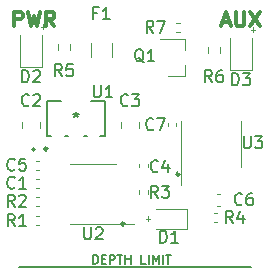
<source format=gbr>
G04 #@! TF.GenerationSoftware,KiCad,Pcbnew,(6.0.0)*
G04 #@! TF.CreationDate,2022-04-05T21:53:00-07:00*
G04 #@! TF.ProjectId,MoistureSensor,4d6f6973-7475-4726-9553-656e736f722e,rev?*
G04 #@! TF.SameCoordinates,Original*
G04 #@! TF.FileFunction,Legend,Top*
G04 #@! TF.FilePolarity,Positive*
%FSLAX46Y46*%
G04 Gerber Fmt 4.6, Leading zero omitted, Abs format (unit mm)*
G04 Created by KiCad (PCBNEW (6.0.0)) date 2022-04-05 21:53:00*
%MOMM*%
%LPD*%
G01*
G04 APERTURE LIST*
%ADD10C,0.279400*%
%ADD11C,0.120000*%
%ADD12C,0.200000*%
%ADD13C,0.312500*%
%ADD14C,0.150000*%
%ADD15C,0.152400*%
G04 APERTURE END LIST*
D10*
X133223000Y-69342000D02*
G75*
G03*
X133223000Y-69342000I-127000J0D01*
G01*
D11*
X150431500Y-59245500D02*
X150812500Y-59245500D01*
X150622000Y-59055000D02*
X150622000Y-59436000D01*
D10*
X139763500Y-75692000D02*
G75*
G03*
X139763500Y-75692000I-127000J0D01*
G01*
D11*
X132651500Y-58991500D02*
X133032500Y-58991500D01*
D12*
X130810000Y-79375000D02*
X150495000Y-79375000D01*
D11*
X141732000Y-75057000D02*
X141732000Y-75438000D01*
X141541500Y-75247500D02*
X141922500Y-75247500D01*
X132842000Y-58801000D02*
X132842000Y-59182000D01*
D10*
X144399000Y-71501000D02*
G75*
G03*
X144399000Y-71501000I-127000J0D01*
G01*
D13*
X148058380Y-58628333D02*
X148653619Y-58628333D01*
X147939333Y-58985476D02*
X148356000Y-57735476D01*
X148772666Y-58985476D01*
X149189333Y-57735476D02*
X149189333Y-58747380D01*
X149248857Y-58866428D01*
X149308380Y-58925952D01*
X149427428Y-58985476D01*
X149665523Y-58985476D01*
X149784571Y-58925952D01*
X149844095Y-58866428D01*
X149903619Y-58747380D01*
X149903619Y-57735476D01*
X150379809Y-57735476D02*
X151213142Y-58985476D01*
X151213142Y-57735476D02*
X150379809Y-58985476D01*
X130413333Y-58985476D02*
X130413333Y-57735476D01*
X130889523Y-57735476D01*
X131008571Y-57795000D01*
X131068095Y-57854523D01*
X131127619Y-57973571D01*
X131127619Y-58152142D01*
X131068095Y-58271190D01*
X131008571Y-58330714D01*
X130889523Y-58390238D01*
X130413333Y-58390238D01*
X131544285Y-57735476D02*
X131841904Y-58985476D01*
X132080000Y-58092619D01*
X132318095Y-58985476D01*
X132615714Y-57735476D01*
X133806190Y-58985476D02*
X133389523Y-58390238D01*
X133091904Y-58985476D02*
X133091904Y-57735476D01*
X133568095Y-57735476D01*
X133687142Y-57795000D01*
X133746666Y-57854523D01*
X133806190Y-57973571D01*
X133806190Y-58152142D01*
X133746666Y-58271190D01*
X133687142Y-58330714D01*
X133568095Y-58390238D01*
X133091904Y-58390238D01*
D14*
X137085000Y-79079285D02*
X137085000Y-78329285D01*
X137263571Y-78329285D01*
X137370714Y-78365000D01*
X137442142Y-78436428D01*
X137477857Y-78507857D01*
X137513571Y-78650714D01*
X137513571Y-78757857D01*
X137477857Y-78900714D01*
X137442142Y-78972142D01*
X137370714Y-79043571D01*
X137263571Y-79079285D01*
X137085000Y-79079285D01*
X137835000Y-78686428D02*
X138085000Y-78686428D01*
X138192142Y-79079285D02*
X137835000Y-79079285D01*
X137835000Y-78329285D01*
X138192142Y-78329285D01*
X138513571Y-79079285D02*
X138513571Y-78329285D01*
X138799285Y-78329285D01*
X138870714Y-78365000D01*
X138906428Y-78400714D01*
X138942142Y-78472142D01*
X138942142Y-78579285D01*
X138906428Y-78650714D01*
X138870714Y-78686428D01*
X138799285Y-78722142D01*
X138513571Y-78722142D01*
X139156428Y-78329285D02*
X139585000Y-78329285D01*
X139370714Y-79079285D02*
X139370714Y-78329285D01*
X139835000Y-79079285D02*
X139835000Y-78329285D01*
X139835000Y-78686428D02*
X140263571Y-78686428D01*
X140263571Y-79079285D02*
X140263571Y-78329285D01*
X141549285Y-79079285D02*
X141192142Y-79079285D01*
X141192142Y-78329285D01*
X141799285Y-79079285D02*
X141799285Y-78329285D01*
X142156428Y-79079285D02*
X142156428Y-78329285D01*
X142406428Y-78865000D01*
X142656428Y-78329285D01*
X142656428Y-79079285D01*
X143013571Y-79079285D02*
X143013571Y-78329285D01*
X143263571Y-78329285D02*
X143692142Y-78329285D01*
X143477857Y-79079285D02*
X143477857Y-78329285D01*
X130452833Y-72620142D02*
X130405214Y-72667761D01*
X130262357Y-72715380D01*
X130167119Y-72715380D01*
X130024261Y-72667761D01*
X129929023Y-72572523D01*
X129881404Y-72477285D01*
X129833785Y-72286809D01*
X129833785Y-72143952D01*
X129881404Y-71953476D01*
X129929023Y-71858238D01*
X130024261Y-71763000D01*
X130167119Y-71715380D01*
X130262357Y-71715380D01*
X130405214Y-71763000D01*
X130452833Y-71810619D01*
X131405214Y-72715380D02*
X130833785Y-72715380D01*
X131119500Y-72715380D02*
X131119500Y-71715380D01*
X131024261Y-71858238D01*
X130929023Y-71953476D01*
X130833785Y-72001095D01*
X131659333Y-65635142D02*
X131611714Y-65682761D01*
X131468857Y-65730380D01*
X131373619Y-65730380D01*
X131230761Y-65682761D01*
X131135523Y-65587523D01*
X131087904Y-65492285D01*
X131040285Y-65301809D01*
X131040285Y-65158952D01*
X131087904Y-64968476D01*
X131135523Y-64873238D01*
X131230761Y-64778000D01*
X131373619Y-64730380D01*
X131468857Y-64730380D01*
X131611714Y-64778000D01*
X131659333Y-64825619D01*
X132040285Y-64825619D02*
X132087904Y-64778000D01*
X132183142Y-64730380D01*
X132421238Y-64730380D01*
X132516476Y-64778000D01*
X132564095Y-64825619D01*
X132611714Y-64920857D01*
X132611714Y-65016095D01*
X132564095Y-65158952D01*
X131992666Y-65730380D01*
X132611714Y-65730380D01*
X140041333Y-65635142D02*
X139993714Y-65682761D01*
X139850857Y-65730380D01*
X139755619Y-65730380D01*
X139612761Y-65682761D01*
X139517523Y-65587523D01*
X139469904Y-65492285D01*
X139422285Y-65301809D01*
X139422285Y-65158952D01*
X139469904Y-64968476D01*
X139517523Y-64873238D01*
X139612761Y-64778000D01*
X139755619Y-64730380D01*
X139850857Y-64730380D01*
X139993714Y-64778000D01*
X140041333Y-64825619D01*
X140374666Y-64730380D02*
X140993714Y-64730380D01*
X140660380Y-65111333D01*
X140803238Y-65111333D01*
X140898476Y-65158952D01*
X140946095Y-65206571D01*
X140993714Y-65301809D01*
X140993714Y-65539904D01*
X140946095Y-65635142D01*
X140898476Y-65682761D01*
X140803238Y-65730380D01*
X140517523Y-65730380D01*
X140422285Y-65682761D01*
X140374666Y-65635142D01*
X142581333Y-71223142D02*
X142533714Y-71270761D01*
X142390857Y-71318380D01*
X142295619Y-71318380D01*
X142152761Y-71270761D01*
X142057523Y-71175523D01*
X142009904Y-71080285D01*
X141962285Y-70889809D01*
X141962285Y-70746952D01*
X142009904Y-70556476D01*
X142057523Y-70461238D01*
X142152761Y-70366000D01*
X142295619Y-70318380D01*
X142390857Y-70318380D01*
X142533714Y-70366000D01*
X142581333Y-70413619D01*
X143438476Y-70651714D02*
X143438476Y-71318380D01*
X143200380Y-70270761D02*
X142962285Y-70985047D01*
X143581333Y-70985047D01*
X130452833Y-71096142D02*
X130405214Y-71143761D01*
X130262357Y-71191380D01*
X130167119Y-71191380D01*
X130024261Y-71143761D01*
X129929023Y-71048523D01*
X129881404Y-70953285D01*
X129833785Y-70762809D01*
X129833785Y-70619952D01*
X129881404Y-70429476D01*
X129929023Y-70334238D01*
X130024261Y-70239000D01*
X130167119Y-70191380D01*
X130262357Y-70191380D01*
X130405214Y-70239000D01*
X130452833Y-70286619D01*
X131357595Y-70191380D02*
X130881404Y-70191380D01*
X130833785Y-70667571D01*
X130881404Y-70619952D01*
X130976642Y-70572333D01*
X131214738Y-70572333D01*
X131309976Y-70619952D01*
X131357595Y-70667571D01*
X131405214Y-70762809D01*
X131405214Y-71000904D01*
X131357595Y-71096142D01*
X131309976Y-71143761D01*
X131214738Y-71191380D01*
X130976642Y-71191380D01*
X130881404Y-71143761D01*
X130833785Y-71096142D01*
X149693333Y-74017142D02*
X149645714Y-74064761D01*
X149502857Y-74112380D01*
X149407619Y-74112380D01*
X149264761Y-74064761D01*
X149169523Y-73969523D01*
X149121904Y-73874285D01*
X149074285Y-73683809D01*
X149074285Y-73540952D01*
X149121904Y-73350476D01*
X149169523Y-73255238D01*
X149264761Y-73160000D01*
X149407619Y-73112380D01*
X149502857Y-73112380D01*
X149645714Y-73160000D01*
X149693333Y-73207619D01*
X150550476Y-73112380D02*
X150360000Y-73112380D01*
X150264761Y-73160000D01*
X150217142Y-73207619D01*
X150121904Y-73350476D01*
X150074285Y-73540952D01*
X150074285Y-73921904D01*
X150121904Y-74017142D01*
X150169523Y-74064761D01*
X150264761Y-74112380D01*
X150455238Y-74112380D01*
X150550476Y-74064761D01*
X150598095Y-74017142D01*
X150645714Y-73921904D01*
X150645714Y-73683809D01*
X150598095Y-73588571D01*
X150550476Y-73540952D01*
X150455238Y-73493333D01*
X150264761Y-73493333D01*
X150169523Y-73540952D01*
X150121904Y-73588571D01*
X150074285Y-73683809D01*
X142200333Y-67667142D02*
X142152714Y-67714761D01*
X142009857Y-67762380D01*
X141914619Y-67762380D01*
X141771761Y-67714761D01*
X141676523Y-67619523D01*
X141628904Y-67524285D01*
X141581285Y-67333809D01*
X141581285Y-67190952D01*
X141628904Y-67000476D01*
X141676523Y-66905238D01*
X141771761Y-66810000D01*
X141914619Y-66762380D01*
X142009857Y-66762380D01*
X142152714Y-66810000D01*
X142200333Y-66857619D01*
X142533666Y-66762380D02*
X143200333Y-66762380D01*
X142771761Y-67762380D01*
X142771904Y-77287380D02*
X142771904Y-76287380D01*
X143010000Y-76287380D01*
X143152857Y-76335000D01*
X143248095Y-76430238D01*
X143295714Y-76525476D01*
X143343333Y-76715952D01*
X143343333Y-76858809D01*
X143295714Y-77049285D01*
X143248095Y-77144523D01*
X143152857Y-77239761D01*
X143010000Y-77287380D01*
X142771904Y-77287380D01*
X144295714Y-77287380D02*
X143724285Y-77287380D01*
X144010000Y-77287380D02*
X144010000Y-76287380D01*
X143914761Y-76430238D01*
X143819523Y-76525476D01*
X143724285Y-76573095D01*
X130452833Y-75890380D02*
X130119500Y-75414190D01*
X129881404Y-75890380D02*
X129881404Y-74890380D01*
X130262357Y-74890380D01*
X130357595Y-74938000D01*
X130405214Y-74985619D01*
X130452833Y-75080857D01*
X130452833Y-75223714D01*
X130405214Y-75318952D01*
X130357595Y-75366571D01*
X130262357Y-75414190D01*
X129881404Y-75414190D01*
X131405214Y-75890380D02*
X130833785Y-75890380D01*
X131119500Y-75890380D02*
X131119500Y-74890380D01*
X131024261Y-75033238D01*
X130929023Y-75128476D01*
X130833785Y-75176095D01*
X130452833Y-74239380D02*
X130119500Y-73763190D01*
X129881404Y-74239380D02*
X129881404Y-73239380D01*
X130262357Y-73239380D01*
X130357595Y-73287000D01*
X130405214Y-73334619D01*
X130452833Y-73429857D01*
X130452833Y-73572714D01*
X130405214Y-73667952D01*
X130357595Y-73715571D01*
X130262357Y-73763190D01*
X129881404Y-73763190D01*
X130833785Y-73334619D02*
X130881404Y-73287000D01*
X130976642Y-73239380D01*
X131214738Y-73239380D01*
X131309976Y-73287000D01*
X131357595Y-73334619D01*
X131405214Y-73429857D01*
X131405214Y-73525095D01*
X131357595Y-73667952D01*
X130786166Y-74239380D01*
X131405214Y-74239380D01*
X142581333Y-73477380D02*
X142248000Y-73001190D01*
X142009904Y-73477380D02*
X142009904Y-72477380D01*
X142390857Y-72477380D01*
X142486095Y-72525000D01*
X142533714Y-72572619D01*
X142581333Y-72667857D01*
X142581333Y-72810714D01*
X142533714Y-72905952D01*
X142486095Y-72953571D01*
X142390857Y-73001190D01*
X142009904Y-73001190D01*
X142914666Y-72477380D02*
X143533714Y-72477380D01*
X143200380Y-72858333D01*
X143343238Y-72858333D01*
X143438476Y-72905952D01*
X143486095Y-72953571D01*
X143533714Y-73048809D01*
X143533714Y-73286904D01*
X143486095Y-73382142D01*
X143438476Y-73429761D01*
X143343238Y-73477380D01*
X143057523Y-73477380D01*
X142962285Y-73429761D01*
X142914666Y-73382142D01*
X148931333Y-75636380D02*
X148598000Y-75160190D01*
X148359904Y-75636380D02*
X148359904Y-74636380D01*
X148740857Y-74636380D01*
X148836095Y-74684000D01*
X148883714Y-74731619D01*
X148931333Y-74826857D01*
X148931333Y-74969714D01*
X148883714Y-75064952D01*
X148836095Y-75112571D01*
X148740857Y-75160190D01*
X148359904Y-75160190D01*
X149788476Y-74969714D02*
X149788476Y-75636380D01*
X149550380Y-74588761D02*
X149312285Y-75303047D01*
X149931333Y-75303047D01*
X137160095Y-63968380D02*
X137160095Y-64777904D01*
X137207714Y-64873142D01*
X137255333Y-64920761D01*
X137350571Y-64968380D01*
X137541047Y-64968380D01*
X137636285Y-64920761D01*
X137683904Y-64873142D01*
X137731523Y-64777904D01*
X137731523Y-63968380D01*
X138731523Y-64968380D02*
X138160095Y-64968380D01*
X138445809Y-64968380D02*
X138445809Y-63968380D01*
X138350571Y-64111238D01*
X138255333Y-64206476D01*
X138160095Y-64254095D01*
X135636000Y-66254380D02*
X135636000Y-66492476D01*
X135397904Y-66397238D02*
X135636000Y-66492476D01*
X135874095Y-66397238D01*
X135493142Y-66682952D02*
X135636000Y-66492476D01*
X135778857Y-66682952D01*
X136334595Y-76004380D02*
X136334595Y-76813904D01*
X136382214Y-76909142D01*
X136429833Y-76956761D01*
X136525071Y-77004380D01*
X136715547Y-77004380D01*
X136810785Y-76956761D01*
X136858404Y-76909142D01*
X136906023Y-76813904D01*
X136906023Y-76004380D01*
X137334595Y-76099619D02*
X137382214Y-76052000D01*
X137477452Y-76004380D01*
X137715547Y-76004380D01*
X137810785Y-76052000D01*
X137858404Y-76099619D01*
X137906023Y-76194857D01*
X137906023Y-76290095D01*
X137858404Y-76432952D01*
X137286976Y-77004380D01*
X137906023Y-77004380D01*
X149860095Y-68286380D02*
X149860095Y-69095904D01*
X149907714Y-69191142D01*
X149955333Y-69238761D01*
X150050571Y-69286380D01*
X150241047Y-69286380D01*
X150336285Y-69238761D01*
X150383904Y-69191142D01*
X150431523Y-69095904D01*
X150431523Y-68286380D01*
X150812476Y-68286380D02*
X151431523Y-68286380D01*
X151098190Y-68667333D01*
X151241047Y-68667333D01*
X151336285Y-68714952D01*
X151383904Y-68762571D01*
X151431523Y-68857809D01*
X151431523Y-69095904D01*
X151383904Y-69191142D01*
X151336285Y-69238761D01*
X151241047Y-69286380D01*
X150955333Y-69286380D01*
X150860095Y-69238761D01*
X150812476Y-69191142D01*
X147153333Y-63698380D02*
X146820000Y-63222190D01*
X146581904Y-63698380D02*
X146581904Y-62698380D01*
X146962857Y-62698380D01*
X147058095Y-62746000D01*
X147105714Y-62793619D01*
X147153333Y-62888857D01*
X147153333Y-63031714D01*
X147105714Y-63126952D01*
X147058095Y-63174571D01*
X146962857Y-63222190D01*
X146581904Y-63222190D01*
X148010476Y-62698380D02*
X147820000Y-62698380D01*
X147724761Y-62746000D01*
X147677142Y-62793619D01*
X147581904Y-62936476D01*
X147534285Y-63126952D01*
X147534285Y-63507904D01*
X147581904Y-63603142D01*
X147629523Y-63650761D01*
X147724761Y-63698380D01*
X147915238Y-63698380D01*
X148010476Y-63650761D01*
X148058095Y-63603142D01*
X148105714Y-63507904D01*
X148105714Y-63269809D01*
X148058095Y-63174571D01*
X148010476Y-63126952D01*
X147915238Y-63079333D01*
X147724761Y-63079333D01*
X147629523Y-63126952D01*
X147581904Y-63174571D01*
X147534285Y-63269809D01*
X142198333Y-59507380D02*
X141865000Y-59031190D01*
X141626904Y-59507380D02*
X141626904Y-58507380D01*
X142007857Y-58507380D01*
X142103095Y-58555000D01*
X142150714Y-58602619D01*
X142198333Y-58697857D01*
X142198333Y-58840714D01*
X142150714Y-58935952D01*
X142103095Y-58983571D01*
X142007857Y-59031190D01*
X141626904Y-59031190D01*
X142531666Y-58507380D02*
X143198333Y-58507380D01*
X142769761Y-59507380D01*
X141382761Y-62015619D02*
X141287523Y-61968000D01*
X141192285Y-61872761D01*
X141049428Y-61729904D01*
X140954190Y-61682285D01*
X140858952Y-61682285D01*
X140906571Y-61920380D02*
X140811333Y-61872761D01*
X140716095Y-61777523D01*
X140668476Y-61587047D01*
X140668476Y-61253714D01*
X140716095Y-61063238D01*
X140811333Y-60968000D01*
X140906571Y-60920380D01*
X141097047Y-60920380D01*
X141192285Y-60968000D01*
X141287523Y-61063238D01*
X141335142Y-61253714D01*
X141335142Y-61587047D01*
X141287523Y-61777523D01*
X141192285Y-61872761D01*
X141097047Y-61920380D01*
X140906571Y-61920380D01*
X142287523Y-61920380D02*
X141716095Y-61920380D01*
X142001809Y-61920380D02*
X142001809Y-60920380D01*
X141906571Y-61063238D01*
X141811333Y-61158476D01*
X141716095Y-61206095D01*
X137461666Y-57840571D02*
X137128333Y-57840571D01*
X137128333Y-58364380D02*
X137128333Y-57364380D01*
X137604523Y-57364380D01*
X138509285Y-58364380D02*
X137937857Y-58364380D01*
X138223571Y-58364380D02*
X138223571Y-57364380D01*
X138128333Y-57507238D01*
X138033095Y-57602476D01*
X137937857Y-57650095D01*
X131087904Y-63698380D02*
X131087904Y-62698380D01*
X131326000Y-62698380D01*
X131468857Y-62746000D01*
X131564095Y-62841238D01*
X131611714Y-62936476D01*
X131659333Y-63126952D01*
X131659333Y-63269809D01*
X131611714Y-63460285D01*
X131564095Y-63555523D01*
X131468857Y-63650761D01*
X131326000Y-63698380D01*
X131087904Y-63698380D01*
X132040285Y-62793619D02*
X132087904Y-62746000D01*
X132183142Y-62698380D01*
X132421238Y-62698380D01*
X132516476Y-62746000D01*
X132564095Y-62793619D01*
X132611714Y-62888857D01*
X132611714Y-62984095D01*
X132564095Y-63126952D01*
X131992666Y-63698380D01*
X132611714Y-63698380D01*
X148867904Y-63952380D02*
X148867904Y-62952380D01*
X149106000Y-62952380D01*
X149248857Y-63000000D01*
X149344095Y-63095238D01*
X149391714Y-63190476D01*
X149439333Y-63380952D01*
X149439333Y-63523809D01*
X149391714Y-63714285D01*
X149344095Y-63809523D01*
X149248857Y-63904761D01*
X149106000Y-63952380D01*
X148867904Y-63952380D01*
X149772666Y-62952380D02*
X150391714Y-62952380D01*
X150058380Y-63333333D01*
X150201238Y-63333333D01*
X150296476Y-63380952D01*
X150344095Y-63428571D01*
X150391714Y-63523809D01*
X150391714Y-63761904D01*
X150344095Y-63857142D01*
X150296476Y-63904761D01*
X150201238Y-63952380D01*
X149915523Y-63952380D01*
X149820285Y-63904761D01*
X149772666Y-63857142D01*
X134453333Y-63190380D02*
X134120000Y-62714190D01*
X133881904Y-63190380D02*
X133881904Y-62190380D01*
X134262857Y-62190380D01*
X134358095Y-62238000D01*
X134405714Y-62285619D01*
X134453333Y-62380857D01*
X134453333Y-62523714D01*
X134405714Y-62618952D01*
X134358095Y-62666571D01*
X134262857Y-62714190D01*
X133881904Y-62714190D01*
X135358095Y-62190380D02*
X134881904Y-62190380D01*
X134834285Y-62666571D01*
X134881904Y-62618952D01*
X134977142Y-62571333D01*
X135215238Y-62571333D01*
X135310476Y-62618952D01*
X135358095Y-62666571D01*
X135405714Y-62761809D01*
X135405714Y-62999904D01*
X135358095Y-63095142D01*
X135310476Y-63142761D01*
X135215238Y-63190380D01*
X134977142Y-63190380D01*
X134881904Y-63142761D01*
X134834285Y-63095142D01*
D11*
X132505336Y-72623000D02*
X132289664Y-72623000D01*
X132505336Y-71903000D02*
X132289664Y-71903000D01*
X132561000Y-67048748D02*
X132561000Y-67571252D01*
X131091000Y-67048748D02*
X131091000Y-67571252D01*
X139473000Y-67571252D02*
X139473000Y-67048748D01*
X140943000Y-67571252D02*
X140943000Y-67048748D01*
X140991000Y-70631164D02*
X140991000Y-70846836D01*
X141711000Y-70631164D02*
X141711000Y-70846836D01*
X132505336Y-71099000D02*
X132289664Y-71099000D01*
X132505336Y-70379000D02*
X132289664Y-70379000D01*
X147560420Y-74170000D02*
X147841580Y-74170000D01*
X147560420Y-73150000D02*
X147841580Y-73150000D01*
X144124000Y-67202164D02*
X144124000Y-67417836D01*
X143404000Y-67202164D02*
X143404000Y-67417836D01*
X145010000Y-76161000D02*
X142460000Y-76161000D01*
X145010000Y-76161000D02*
X145010000Y-74461000D01*
X145010000Y-74461000D02*
X142460000Y-74461000D01*
X132551141Y-75058000D02*
X132243859Y-75058000D01*
X132551141Y-75818000D02*
X132243859Y-75818000D01*
X132551141Y-73407000D02*
X132243859Y-73407000D01*
X132551141Y-74167000D02*
X132243859Y-74167000D01*
X141731000Y-73178641D02*
X141731000Y-72871359D01*
X140971000Y-73178641D02*
X140971000Y-72871359D01*
X147293359Y-75564000D02*
X147600641Y-75564000D01*
X147293359Y-74804000D02*
X147600641Y-74804000D01*
D15*
X137708640Y-68275200D02*
X138112500Y-68275200D01*
X134711440Y-68275200D02*
X135003619Y-68275200D01*
X133159500Y-68275200D02*
X133563360Y-68275200D01*
X133159500Y-65328800D02*
X133159500Y-68275200D01*
X136289805Y-68275200D02*
X136560560Y-68275200D01*
X138112500Y-65328800D02*
X136908540Y-65328800D01*
X134363460Y-65328800D02*
X133159500Y-65328800D01*
X138112500Y-68275200D02*
X138112500Y-65328800D01*
X132143500Y-69405500D02*
G75*
G03*
X132143500Y-69405500I-127000J0D01*
G01*
D11*
X137096500Y-70592000D02*
X139046500Y-70592000D01*
X137096500Y-70592000D02*
X135146500Y-70592000D01*
X137096500Y-75712000D02*
X135146500Y-75712000D01*
X137096500Y-75712000D02*
X140546500Y-75712000D01*
X149626000Y-68961000D02*
X149626000Y-70911000D01*
X144506000Y-68961000D02*
X144506000Y-72411000D01*
X144506000Y-68961000D02*
X144506000Y-67011000D01*
X149626000Y-68961000D02*
X149626000Y-67011000D01*
X146797500Y-61197258D02*
X146797500Y-60722742D01*
X147842500Y-61197258D02*
X147842500Y-60722742D01*
X144423641Y-58675000D02*
X144116359Y-58675000D01*
X144423641Y-59435000D02*
X144116359Y-59435000D01*
X144905000Y-63175000D02*
X143445000Y-63175000D01*
X144905000Y-60015000D02*
X144905000Y-60945000D01*
X144905000Y-60015000D02*
X142745000Y-60015000D01*
X144905000Y-63175000D02*
X144905000Y-62245000D01*
X136885000Y-61562064D02*
X136885000Y-60357936D01*
X138705000Y-61562064D02*
X138705000Y-60357936D01*
X130866000Y-62391000D02*
X132786000Y-62391000D01*
X132786000Y-62391000D02*
X132786000Y-59706000D01*
X130866000Y-59706000D02*
X130866000Y-62391000D01*
X150566000Y-62645000D02*
X150566000Y-59960000D01*
X148646000Y-59960000D02*
X148646000Y-62645000D01*
X148646000Y-62645000D02*
X150566000Y-62645000D01*
X134097500Y-60943258D02*
X134097500Y-60468742D01*
X135142500Y-60943258D02*
X135142500Y-60468742D01*
M02*

</source>
